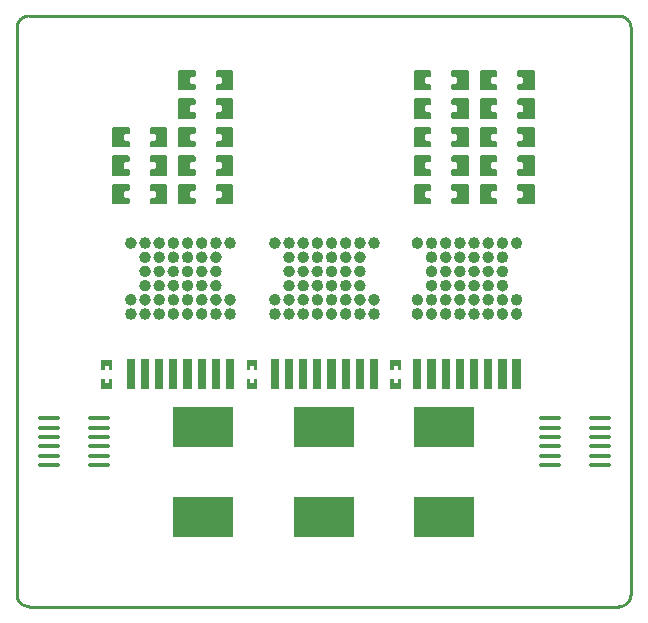
<source format=gtp>
G04*
G04 #@! TF.GenerationSoftware,Altium Limited,Altium Designer,22.0.2 (36)*
G04*
G04 Layer_Color=8421504*
%FSLAX24Y24*%
%MOIN*%
G70*
G04*
G04 #@! TF.SameCoordinates,5AD8CBCB-7B86-44EA-BE16-98DFC8B2639C*
G04*
G04*
G04 #@! TF.FilePolarity,Positive*
G04*
G01*
G75*
%ADD17C,0.0100*%
%ADD18C,0.0197*%
%ADD19R,0.2047X0.1378*%
%ADD20O,0.0787X0.0138*%
G36*
X7209Y17851D02*
Y17249D01*
X7169Y17210D01*
X6663D01*
X6624Y17249D01*
Y17395D01*
X6663Y17434D01*
X6783D01*
X6823Y17474D01*
Y17626D01*
X6783Y17666D01*
X6663D01*
X6624Y17705D01*
Y17851D01*
X6663Y17890D01*
X7169D01*
X7209Y17851D01*
D02*
G37*
G36*
X5955D02*
Y17705D01*
X5915Y17666D01*
X5795D01*
X5756Y17626D01*
Y17474D01*
X5795Y17434D01*
X5915D01*
X5955Y17395D01*
Y17249D01*
X5915Y17210D01*
X5409D01*
X5370Y17249D01*
Y17851D01*
X5409Y17890D01*
X5915D01*
X5955Y17851D01*
D02*
G37*
G36*
X7209Y16901D02*
Y16299D01*
X7169Y16260D01*
X6663D01*
X6624Y16299D01*
Y16445D01*
X6663Y16484D01*
X6783D01*
X6823Y16524D01*
Y16676D01*
X6783Y16716D01*
X6663D01*
X6624Y16755D01*
Y16901D01*
X6663Y16940D01*
X7169D01*
X7209Y16901D01*
D02*
G37*
G36*
X5955D02*
Y16755D01*
X5915Y16716D01*
X5795D01*
X5756Y16676D01*
Y16524D01*
X5795Y16484D01*
X5915D01*
X5955Y16445D01*
Y16299D01*
X5915Y16260D01*
X5409D01*
X5370Y16299D01*
Y16901D01*
X5409Y16940D01*
X5915D01*
X5955Y16901D01*
D02*
G37*
G36*
X7209Y15951D02*
Y15349D01*
X7169Y15310D01*
X6663D01*
X6624Y15349D01*
Y15495D01*
X6663Y15534D01*
X6783D01*
X6823Y15574D01*
Y15726D01*
X6783Y15766D01*
X6663D01*
X6624Y15805D01*
Y15951D01*
X6663Y15990D01*
X7169D01*
X7209Y15951D01*
D02*
G37*
G36*
X5955D02*
Y15805D01*
X5915Y15766D01*
X5795D01*
X5756Y15726D01*
Y15574D01*
X5795Y15534D01*
X5915D01*
X5955Y15495D01*
Y15349D01*
X5915Y15310D01*
X5409D01*
X5370Y15349D01*
Y15951D01*
X5409Y15990D01*
X5915D01*
X5955Y15951D01*
D02*
G37*
G36*
X5013D02*
Y15349D01*
X4973Y15310D01*
X4467D01*
X4428Y15349D01*
Y15495D01*
X4467Y15534D01*
X4587D01*
X4627Y15574D01*
Y15726D01*
X4587Y15766D01*
X4467D01*
X4428Y15805D01*
Y15951D01*
X4467Y15990D01*
X4973D01*
X5013Y15951D01*
D02*
G37*
G36*
X3759D02*
Y15805D01*
X3719Y15766D01*
X3599D01*
X3560Y15726D01*
Y15574D01*
X3599Y15534D01*
X3719D01*
X3759Y15495D01*
Y15349D01*
X3719Y15310D01*
X3213D01*
X3174Y15349D01*
Y15951D01*
X3213Y15990D01*
X3719D01*
X3759Y15951D01*
D02*
G37*
G36*
X7209Y15001D02*
Y14399D01*
X7169Y14360D01*
X6663D01*
X6624Y14399D01*
Y14545D01*
X6663Y14584D01*
X6783D01*
X6823Y14624D01*
Y14776D01*
X6783Y14816D01*
X6663D01*
X6624Y14855D01*
Y15001D01*
X6663Y15040D01*
X7169D01*
X7209Y15001D01*
D02*
G37*
G36*
X5955D02*
Y14855D01*
X5915Y14816D01*
X5795D01*
X5756Y14776D01*
Y14624D01*
X5795Y14584D01*
X5915D01*
X5955Y14545D01*
Y14399D01*
X5915Y14360D01*
X5409D01*
X5370Y14399D01*
Y15001D01*
X5409Y15040D01*
X5915D01*
X5955Y15001D01*
D02*
G37*
G36*
X5009D02*
Y14399D01*
X4969Y14360D01*
X4463D01*
X4424Y14399D01*
Y14545D01*
X4463Y14584D01*
X4583D01*
X4623Y14624D01*
Y14776D01*
X4583Y14816D01*
X4463D01*
X4424Y14855D01*
Y15001D01*
X4463Y15040D01*
X4969D01*
X5009Y15001D01*
D02*
G37*
G36*
X3755D02*
Y14855D01*
X3715Y14816D01*
X3595D01*
X3556Y14776D01*
Y14624D01*
X3595Y14584D01*
X3715D01*
X3755Y14545D01*
Y14399D01*
X3715Y14360D01*
X3209D01*
X3170Y14399D01*
Y15001D01*
X3209Y15040D01*
X3715D01*
X3755Y15001D01*
D02*
G37*
G36*
X7209Y14051D02*
Y13449D01*
X7169Y13410D01*
X6663D01*
X6624Y13449D01*
Y13595D01*
X6663Y13634D01*
X6783D01*
X6823Y13674D01*
Y13826D01*
X6783Y13866D01*
X6663D01*
X6624Y13905D01*
Y14051D01*
X6663Y14090D01*
X7169D01*
X7209Y14051D01*
D02*
G37*
G36*
X5955D02*
Y13905D01*
X5915Y13866D01*
X5795D01*
X5756Y13826D01*
Y13674D01*
X5795Y13634D01*
X5915D01*
X5955Y13595D01*
Y13449D01*
X5915Y13410D01*
X5409D01*
X5370Y13449D01*
Y14051D01*
X5409Y14090D01*
X5915D01*
X5955Y14051D01*
D02*
G37*
G36*
X5009D02*
Y13449D01*
X4969Y13410D01*
X4463D01*
X4424Y13449D01*
Y13595D01*
X4463Y13634D01*
X4583D01*
X4623Y13674D01*
Y13826D01*
X4583Y13866D01*
X4463D01*
X4424Y13905D01*
Y14051D01*
X4463Y14090D01*
X4969D01*
X5009Y14051D01*
D02*
G37*
G36*
X3755D02*
Y13905D01*
X3715Y13866D01*
X3595D01*
X3556Y13826D01*
Y13674D01*
X3595Y13634D01*
X3715D01*
X3755Y13595D01*
Y13449D01*
X3715Y13410D01*
X3209D01*
X3170Y13449D01*
Y14051D01*
X3209Y14090D01*
X3715D01*
X3755Y14051D01*
D02*
G37*
G36*
X8013Y8212D02*
Y7897D01*
X7993Y7877D01*
X7898D01*
Y8023D01*
X7768D01*
Y7877D01*
X7678D01*
X7659Y7897D01*
Y8212D01*
X7678Y8231D01*
X7993D01*
X8013Y8212D01*
D02*
G37*
G36*
X3171D02*
Y7897D01*
X3151Y7877D01*
X3056D01*
Y8023D01*
X2926D01*
Y7877D01*
X2836D01*
X2817Y7897D01*
Y8212D01*
X2836Y8231D01*
X3151D01*
X3171Y8212D01*
D02*
G37*
G36*
X8013Y7582D02*
Y7271D01*
X7993Y7251D01*
X7678D01*
X7659Y7271D01*
Y7582D01*
X7678Y7601D01*
X7768D01*
Y7452D01*
X7898D01*
Y7601D01*
X7993D01*
X8013Y7582D01*
D02*
G37*
G36*
X3171D02*
Y7271D01*
X3151Y7251D01*
X2836D01*
X2817Y7271D01*
Y7582D01*
X2836Y7601D01*
X2926D01*
Y7452D01*
X3056D01*
Y7601D01*
X3151D01*
X3171Y7582D01*
D02*
G37*
G36*
X10624Y7244D02*
X10348D01*
Y8268D01*
X10624D01*
Y7244D01*
D02*
G37*
G36*
X10152D02*
X9876D01*
Y8268D01*
X10152D01*
Y7244D01*
D02*
G37*
G36*
X9679D02*
X9404D01*
Y8268D01*
X9679D01*
Y7244D01*
D02*
G37*
G36*
X9207D02*
X8931D01*
Y8268D01*
X9207D01*
Y7244D01*
D02*
G37*
G36*
X8734D02*
X8459D01*
Y8268D01*
X8734D01*
Y7244D01*
D02*
G37*
G36*
X7241D02*
X6966D01*
Y8268D01*
X7241D01*
Y7244D01*
D02*
G37*
G36*
X6769D02*
X6493D01*
Y8268D01*
X6769D01*
Y7244D01*
D02*
G37*
G36*
X6296D02*
X6021D01*
Y8268D01*
X6296D01*
Y7244D01*
D02*
G37*
G36*
X5824D02*
X5548D01*
Y8268D01*
X5824D01*
Y7244D01*
D02*
G37*
G36*
X5352D02*
X5076D01*
Y8268D01*
X5352D01*
Y7244D01*
D02*
G37*
G36*
X4879D02*
X4604D01*
Y8268D01*
X4879D01*
Y7244D01*
D02*
G37*
G36*
X4407D02*
X4131D01*
Y8268D01*
X4407D01*
Y7244D01*
D02*
G37*
G36*
X3934D02*
X3659D01*
Y8268D01*
X3934D01*
Y7244D01*
D02*
G37*
G36*
X17269Y14051D02*
Y13449D01*
X17230Y13410D01*
X16724D01*
X16685Y13449D01*
Y13595D01*
X16724Y13634D01*
X16844D01*
X16883Y13674D01*
Y13826D01*
X16844Y13866D01*
X16724D01*
X16685Y13905D01*
Y14051D01*
X16724Y14090D01*
X17230D01*
X17269Y14051D01*
D02*
G37*
G36*
X16015D02*
Y13905D01*
X15976Y13866D01*
X15856D01*
X15817Y13826D01*
Y13674D01*
X15856Y13634D01*
X15976D01*
X16015Y13595D01*
Y13449D01*
X15976Y13410D01*
X15470D01*
X15431Y13449D01*
Y14051D01*
X15470Y14090D01*
X15976D01*
X16015Y14051D01*
D02*
G37*
G36*
X15069D02*
Y13449D01*
X15030Y13410D01*
X14524D01*
X14485Y13449D01*
Y13595D01*
X14524Y13634D01*
X14644D01*
X14683Y13674D01*
Y13826D01*
X14644Y13866D01*
X14524D01*
X14485Y13905D01*
Y14051D01*
X14524Y14090D01*
X15030D01*
X15069Y14051D01*
D02*
G37*
G36*
X13815D02*
Y13905D01*
X13776Y13866D01*
X13656D01*
X13617Y13826D01*
Y13674D01*
X13656Y13634D01*
X13776D01*
X13815Y13595D01*
Y13449D01*
X13776Y13410D01*
X13270D01*
X13231Y13449D01*
Y14051D01*
X13270Y14090D01*
X13776D01*
X13815Y14051D01*
D02*
G37*
G36*
X12805Y8212D02*
Y7897D01*
X12785Y7877D01*
X12690D01*
Y8023D01*
X12560D01*
Y7877D01*
X12470D01*
X12451Y7897D01*
Y8212D01*
X12470Y8231D01*
X12785D01*
X12805Y8212D01*
D02*
G37*
G36*
Y7582D02*
Y7271D01*
X12785Y7251D01*
X12470D01*
X12451Y7271D01*
Y7582D01*
X12470Y7601D01*
X12560D01*
Y7452D01*
X12690D01*
Y7601D01*
X12785D01*
X12805Y7582D01*
D02*
G37*
G36*
X16791Y7244D02*
X16516D01*
Y8268D01*
X16791D01*
Y7244D01*
D02*
G37*
G36*
X16319D02*
X16043D01*
Y8268D01*
X16319D01*
Y7244D01*
D02*
G37*
G36*
X15846D02*
X15571D01*
Y8268D01*
X15846D01*
Y7244D01*
D02*
G37*
G36*
X15374D02*
X15098D01*
Y8268D01*
X15374D01*
Y7244D01*
D02*
G37*
G36*
X14902D02*
X14626D01*
Y8268D01*
X14902D01*
Y7244D01*
D02*
G37*
G36*
X14429D02*
X14154D01*
Y8268D01*
X14429D01*
Y7244D01*
D02*
G37*
G36*
X13957D02*
X13681D01*
Y8268D01*
X13957D01*
Y7244D01*
D02*
G37*
G36*
X13484D02*
X13209D01*
Y8268D01*
X13484D01*
Y7244D01*
D02*
G37*
G36*
X12041D02*
X11766D01*
Y8268D01*
X12041D01*
Y7244D01*
D02*
G37*
G36*
X11569D02*
X11293D01*
Y8268D01*
X11569D01*
Y7244D01*
D02*
G37*
G36*
X11096D02*
X10821D01*
Y8268D01*
X11096D01*
Y7244D01*
D02*
G37*
G36*
X13815Y15001D02*
Y14855D01*
X13776Y14816D01*
X13656D01*
X13617Y14776D01*
Y14624D01*
X13656Y14584D01*
X13776D01*
X13815Y14545D01*
Y14399D01*
X13776Y14360D01*
X13270D01*
X13231Y14399D01*
Y15001D01*
X13270Y15040D01*
X13776D01*
X13815Y15001D01*
D01*
D02*
G37*
G36*
Y15951D02*
Y15805D01*
X13776Y15766D01*
X13656D01*
X13617Y15726D01*
Y15574D01*
X13656Y15534D01*
X13776D01*
X13815Y15495D01*
Y15349D01*
X13776Y15310D01*
X13270D01*
X13231Y15349D01*
Y15951D01*
X13270Y15990D01*
X13776D01*
X13815Y15951D01*
D01*
D02*
G37*
G36*
X14485Y15001D02*
Y14855D01*
X14524Y14816D01*
X14644D01*
X14683Y14776D01*
Y14624D01*
X14644Y14584D01*
X14524D01*
X14485Y14545D01*
Y14399D01*
X14524Y14360D01*
X15030D01*
X15069Y14399D01*
Y15001D01*
X15030Y15040D01*
X14524D01*
X14485Y15001D01*
D01*
D02*
G37*
G36*
Y15951D02*
Y15805D01*
X14524Y15766D01*
X14644D01*
X14683Y15726D01*
Y15574D01*
X14644Y15534D01*
X14524D01*
X14485Y15495D01*
Y15349D01*
X14524Y15310D01*
X15030D01*
X15069Y15349D01*
Y15951D01*
X15030Y15990D01*
X14524D01*
X14485Y15951D01*
D01*
D02*
G37*
G36*
X13815Y16901D02*
Y16755D01*
X13776Y16716D01*
X13656D01*
X13617Y16676D01*
Y16524D01*
X13656Y16484D01*
X13776D01*
X13815Y16445D01*
Y16299D01*
X13776Y16260D01*
X13270D01*
X13231Y16299D01*
Y16901D01*
X13270Y16940D01*
X13776D01*
X13815Y16901D01*
D01*
D02*
G37*
G36*
Y17851D02*
Y17705D01*
X13776Y17666D01*
X13656D01*
X13617Y17626D01*
Y17474D01*
X13656Y17434D01*
X13776D01*
X13815Y17395D01*
Y17249D01*
X13776Y17210D01*
X13270D01*
X13231Y17249D01*
Y17851D01*
X13270Y17890D01*
X13776D01*
X13815Y17851D01*
D01*
D02*
G37*
G36*
X14485Y16901D02*
Y16755D01*
X14524Y16716D01*
X14644D01*
X14683Y16676D01*
Y16524D01*
X14644Y16484D01*
X14524D01*
X14485Y16445D01*
Y16299D01*
X14524Y16260D01*
X15030D01*
X15069Y16299D01*
Y16901D01*
X15030Y16940D01*
X14524D01*
X14485Y16901D01*
D01*
D02*
G37*
G36*
Y17851D02*
Y17705D01*
X14524Y17666D01*
X14644D01*
X14683Y17626D01*
Y17474D01*
X14644Y17434D01*
X14524D01*
X14485Y17395D01*
Y17249D01*
X14524Y17210D01*
X15030D01*
X15069Y17249D01*
Y17851D01*
X15030Y17890D01*
X14524D01*
X14485Y17851D01*
D01*
D02*
G37*
G36*
X16015Y14399D02*
Y14545D01*
X15976Y14584D01*
X15856D01*
X15817Y14624D01*
Y14776D01*
X15856Y14816D01*
X15976D01*
X16015Y14855D01*
Y15001D01*
X15976Y15040D01*
X15470D01*
X15431Y15001D01*
Y14399D01*
X15470Y14360D01*
X15976D01*
X16015Y14399D01*
D01*
D02*
G37*
G36*
Y15349D02*
Y15495D01*
X15976Y15534D01*
X15856D01*
X15817Y15574D01*
Y15726D01*
X15856Y15766D01*
X15976D01*
X16015Y15805D01*
Y15951D01*
X15976Y15990D01*
X15470D01*
X15431Y15951D01*
Y15349D01*
X15470Y15310D01*
X15976D01*
X16015Y15349D01*
D01*
D02*
G37*
G36*
X16685Y14399D02*
Y14545D01*
X16724Y14584D01*
X16844D01*
X16883Y14624D01*
Y14776D01*
X16844Y14816D01*
X16724D01*
X16685Y14855D01*
Y15001D01*
X16724Y15040D01*
X17230D01*
X17269Y15001D01*
Y14399D01*
X17230Y14360D01*
X16724D01*
X16685Y14399D01*
D01*
D02*
G37*
G36*
Y15349D02*
Y15495D01*
X16724Y15534D01*
X16844D01*
X16883Y15574D01*
Y15726D01*
X16844Y15766D01*
X16724D01*
X16685Y15805D01*
Y15951D01*
X16724Y15990D01*
X17230D01*
X17269Y15951D01*
Y15349D01*
X17230Y15310D01*
X16724D01*
X16685Y15349D01*
D01*
D02*
G37*
G36*
X16015Y16299D02*
Y16445D01*
X15976Y16484D01*
X15856D01*
X15817Y16524D01*
Y16676D01*
X15856Y16716D01*
X15976D01*
X16015Y16755D01*
Y16901D01*
X15976Y16940D01*
X15470D01*
X15431Y16901D01*
Y16299D01*
X15470Y16260D01*
X15976D01*
X16015Y16299D01*
D01*
D02*
G37*
G36*
Y17249D02*
Y17395D01*
X15976Y17434D01*
X15856D01*
X15817Y17474D01*
Y17626D01*
X15856Y17666D01*
X15976D01*
X16015Y17705D01*
Y17851D01*
X15976Y17890D01*
X15470D01*
X15431Y17851D01*
Y17249D01*
X15470Y17210D01*
X15976D01*
X16015Y17249D01*
D01*
D02*
G37*
G36*
X16685Y16299D02*
Y16445D01*
X16724Y16484D01*
X16844D01*
X16883Y16524D01*
Y16676D01*
X16844Y16716D01*
X16724D01*
X16685Y16755D01*
Y16901D01*
X16724Y16940D01*
X17230D01*
X17269Y16901D01*
Y16299D01*
X17230Y16260D01*
X16724D01*
X16685Y16299D01*
D01*
D02*
G37*
G36*
Y17249D02*
Y17395D01*
X16724Y17434D01*
X16844D01*
X16883Y17474D01*
Y17626D01*
X16844Y17666D01*
X16724D01*
X16685Y17705D01*
Y17851D01*
X16724Y17890D01*
X17230D01*
X17269Y17851D01*
Y17249D01*
X17230Y17210D01*
X16724D01*
X16685Y17249D01*
D01*
D02*
G37*
D17*
X20079Y0D02*
G03*
X20472Y394I0J394D01*
G01*
Y19291D02*
G03*
X20079Y19685I-394J0D01*
G01*
X394D02*
G03*
X0Y19291I0J-394D01*
G01*
Y394D02*
G03*
X394Y0I394J0D01*
G01*
Y19685D02*
X20079D01*
X394Y0D02*
X20079D01*
X0Y394D02*
Y19291D01*
X20472Y394D02*
Y19291D01*
D18*
X8695Y9756D02*
G03*
X8695Y9756I-98J0D01*
G01*
X9167D02*
G03*
X9167Y9756I-98J0D01*
G01*
X9640D02*
G03*
X9640Y9756I-98J0D01*
G01*
X10112D02*
G03*
X10112Y9756I-98J0D01*
G01*
X10585D02*
G03*
X10585Y9756I-98J0D01*
G01*
X11057D02*
G03*
X11057Y9756I-98J0D01*
G01*
X11530D02*
G03*
X11530Y9756I-98J0D01*
G01*
X12002D02*
G03*
X12002Y9756I-98J0D01*
G01*
X8695Y10229D02*
G03*
X8695Y10229I-98J0D01*
G01*
X9167D02*
G03*
X9167Y10229I-98J0D01*
G01*
X9640D02*
G03*
X9640Y10229I-98J0D01*
G01*
X10112D02*
G03*
X10112Y10229I-98J0D01*
G01*
X10585D02*
G03*
X10585Y10229I-98J0D01*
G01*
X11057D02*
G03*
X11057Y10229I-98J0D01*
G01*
X11530D02*
G03*
X11530Y10229I-98J0D01*
G01*
X12002D02*
G03*
X12002Y10229I-98J0D01*
G01*
X9167Y10701D02*
G03*
X9167Y10701I-98J0D01*
G01*
X9640D02*
G03*
X9640Y10701I-98J0D01*
G01*
X10112D02*
G03*
X10112Y10701I-98J0D01*
G01*
X10585D02*
G03*
X10585Y10701I-98J0D01*
G01*
X11057D02*
G03*
X11057Y10701I-98J0D01*
G01*
X11530D02*
G03*
X11530Y10701I-98J0D01*
G01*
X9167Y11174D02*
G03*
X9167Y11174I-98J0D01*
G01*
X9640D02*
G03*
X9640Y11174I-98J0D01*
G01*
X10112D02*
G03*
X10112Y11174I-98J0D01*
G01*
X10585D02*
G03*
X10585Y11174I-98J0D01*
G01*
X11057D02*
G03*
X11057Y11174I-98J0D01*
G01*
X11530D02*
G03*
X11530Y11174I-98J0D01*
G01*
X9167Y11646D02*
G03*
X9167Y11646I-98J0D01*
G01*
X9640D02*
G03*
X9640Y11646I-98J0D01*
G01*
X10112D02*
G03*
X10112Y11646I-98J0D01*
G01*
X10585D02*
G03*
X10585Y11646I-98J0D01*
G01*
X11057D02*
G03*
X11057Y11646I-98J0D01*
G01*
X11530D02*
G03*
X11530Y11646I-98J0D01*
G01*
X8695Y12119D02*
G03*
X8695Y12119I-98J0D01*
G01*
X9167D02*
G03*
X9167Y12119I-98J0D01*
G01*
X9640D02*
G03*
X9640Y12119I-98J0D01*
G01*
X10112D02*
G03*
X10112Y12119I-98J0D01*
G01*
X10585D02*
G03*
X10585Y12119I-98J0D01*
G01*
X11057D02*
G03*
X11057Y12119I-98J0D01*
G01*
X11530D02*
G03*
X11530Y12119I-98J0D01*
G01*
X12002D02*
G03*
X12002Y12119I-98J0D01*
G01*
X3895Y9756D02*
G03*
X3895Y9756I-98J0D01*
G01*
X4367D02*
G03*
X4367Y9756I-98J0D01*
G01*
X4840D02*
G03*
X4840Y9756I-98J0D01*
G01*
X5312D02*
G03*
X5312Y9756I-98J0D01*
G01*
X5785D02*
G03*
X5785Y9756I-98J0D01*
G01*
X6257D02*
G03*
X6257Y9756I-98J0D01*
G01*
X6730D02*
G03*
X6730Y9756I-98J0D01*
G01*
X7202D02*
G03*
X7202Y9756I-98J0D01*
G01*
X3895Y10229D02*
G03*
X3895Y10229I-98J0D01*
G01*
X4367D02*
G03*
X4367Y10229I-98J0D01*
G01*
X4840D02*
G03*
X4840Y10229I-98J0D01*
G01*
X5312D02*
G03*
X5312Y10229I-98J0D01*
G01*
X5785D02*
G03*
X5785Y10229I-98J0D01*
G01*
X6257D02*
G03*
X6257Y10229I-98J0D01*
G01*
X6730D02*
G03*
X6730Y10229I-98J0D01*
G01*
X7202D02*
G03*
X7202Y10229I-98J0D01*
G01*
X4367Y10701D02*
G03*
X4367Y10701I-98J0D01*
G01*
X4840D02*
G03*
X4840Y10701I-98J0D01*
G01*
X5312D02*
G03*
X5312Y10701I-98J0D01*
G01*
X5785D02*
G03*
X5785Y10701I-98J0D01*
G01*
X6257D02*
G03*
X6257Y10701I-98J0D01*
G01*
X6730D02*
G03*
X6730Y10701I-98J0D01*
G01*
X4367Y11174D02*
G03*
X4367Y11174I-98J0D01*
G01*
X4840D02*
G03*
X4840Y11174I-98J0D01*
G01*
X5312D02*
G03*
X5312Y11174I-98J0D01*
G01*
X5785D02*
G03*
X5785Y11174I-98J0D01*
G01*
X6257D02*
G03*
X6257Y11174I-98J0D01*
G01*
X6730D02*
G03*
X6730Y11174I-98J0D01*
G01*
X4367Y11646D02*
G03*
X4367Y11646I-98J0D01*
G01*
X4840D02*
G03*
X4840Y11646I-98J0D01*
G01*
X5312D02*
G03*
X5312Y11646I-98J0D01*
G01*
X5785D02*
G03*
X5785Y11646I-98J0D01*
G01*
X6257D02*
G03*
X6257Y11646I-98J0D01*
G01*
X6730D02*
G03*
X6730Y11646I-98J0D01*
G01*
X3895Y12119D02*
G03*
X3895Y12119I-98J0D01*
G01*
X4367D02*
G03*
X4367Y12119I-98J0D01*
G01*
X4840D02*
G03*
X4840Y12119I-98J0D01*
G01*
X5312D02*
G03*
X5312Y12119I-98J0D01*
G01*
X5785D02*
G03*
X5785Y12119I-98J0D01*
G01*
X6257D02*
G03*
X6257Y12119I-98J0D01*
G01*
X6730D02*
G03*
X6730Y12119I-98J0D01*
G01*
X7202D02*
G03*
X7202Y12119I-98J0D01*
G01*
X13445Y9756D02*
G03*
X13445Y9756I-98J0D01*
G01*
X13917D02*
G03*
X13917Y9756I-98J0D01*
G01*
X14390D02*
G03*
X14390Y9756I-98J0D01*
G01*
X14862D02*
G03*
X14862Y9756I-98J0D01*
G01*
X15335D02*
G03*
X15335Y9756I-98J0D01*
G01*
X15807D02*
G03*
X15807Y9756I-98J0D01*
G01*
X16280D02*
G03*
X16280Y9756I-98J0D01*
G01*
X16752D02*
G03*
X16752Y9756I-98J0D01*
G01*
X13445Y10229D02*
G03*
X13445Y10229I-98J0D01*
G01*
X13917D02*
G03*
X13917Y10229I-98J0D01*
G01*
X14390D02*
G03*
X14390Y10229I-98J0D01*
G01*
X14862D02*
G03*
X14862Y10229I-98J0D01*
G01*
X15335D02*
G03*
X15335Y10229I-98J0D01*
G01*
X15807D02*
G03*
X15807Y10229I-98J0D01*
G01*
X16280D02*
G03*
X16280Y10229I-98J0D01*
G01*
X16752D02*
G03*
X16752Y10229I-98J0D01*
G01*
X13917Y10701D02*
G03*
X13917Y10701I-98J0D01*
G01*
X14390D02*
G03*
X14390Y10701I-98J0D01*
G01*
X14862D02*
G03*
X14862Y10701I-98J0D01*
G01*
X15335D02*
G03*
X15335Y10701I-98J0D01*
G01*
X15807D02*
G03*
X15807Y10701I-98J0D01*
G01*
X16280D02*
G03*
X16280Y10701I-98J0D01*
G01*
X13917Y11174D02*
G03*
X13917Y11174I-98J0D01*
G01*
X14390D02*
G03*
X14390Y11174I-98J0D01*
G01*
X14862D02*
G03*
X14862Y11174I-98J0D01*
G01*
X15335D02*
G03*
X15335Y11174I-98J0D01*
G01*
X15807D02*
G03*
X15807Y11174I-98J0D01*
G01*
X16280D02*
G03*
X16280Y11174I-98J0D01*
G01*
X13917Y11646D02*
G03*
X13917Y11646I-98J0D01*
G01*
X14390D02*
G03*
X14390Y11646I-98J0D01*
G01*
X14862D02*
G03*
X14862Y11646I-98J0D01*
G01*
X15335D02*
G03*
X15335Y11646I-98J0D01*
G01*
X15807D02*
G03*
X15807Y11646I-98J0D01*
G01*
X16280D02*
G03*
X16280Y11646I-98J0D01*
G01*
X13445Y12119D02*
G03*
X13445Y12119I-98J0D01*
G01*
X13917D02*
G03*
X13917Y12119I-98J0D01*
G01*
X14390D02*
G03*
X14390Y12119I-98J0D01*
G01*
X14862D02*
G03*
X14862Y12119I-98J0D01*
G01*
X15335D02*
G03*
X15335Y12119I-98J0D01*
G01*
X15807D02*
G03*
X15807Y12119I-98J0D01*
G01*
X16280D02*
G03*
X16280Y12119I-98J0D01*
G01*
X16752D02*
G03*
X16752Y12119I-98J0D01*
G01*
D19*
X10250Y6000D02*
D03*
Y3000D02*
D03*
X6200Y6000D02*
D03*
Y3000D02*
D03*
X14250D02*
D03*
Y6000D02*
D03*
D20*
X17767Y5971D02*
D03*
Y5656D02*
D03*
Y5341D02*
D03*
Y5026D02*
D03*
Y4711D02*
D03*
X19420D02*
D03*
Y5026D02*
D03*
Y5341D02*
D03*
Y5656D02*
D03*
Y5971D02*
D03*
Y6286D02*
D03*
X17767D02*
D03*
X2720Y4711D02*
D03*
Y5026D02*
D03*
Y5341D02*
D03*
Y5656D02*
D03*
Y5971D02*
D03*
Y6286D02*
D03*
X1067Y4711D02*
D03*
Y5026D02*
D03*
Y5341D02*
D03*
Y5656D02*
D03*
Y5971D02*
D03*
Y6286D02*
D03*
M02*

</source>
